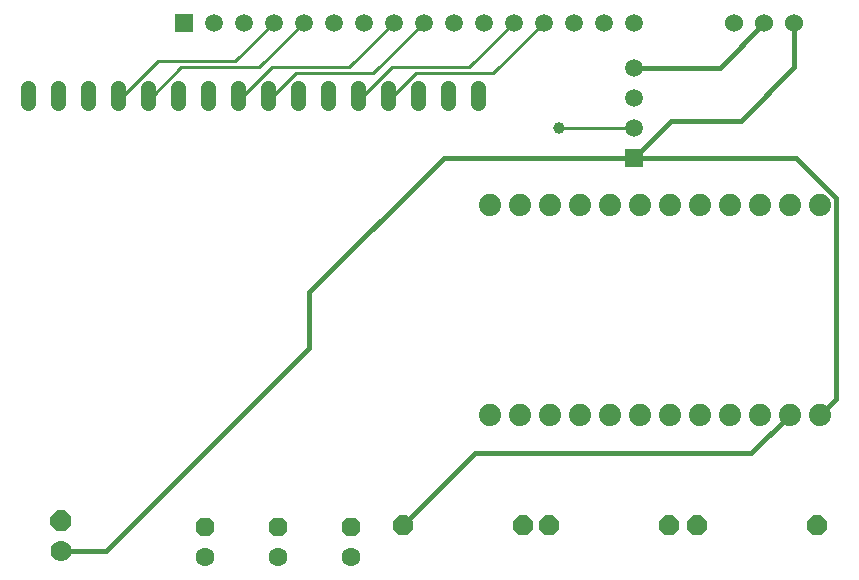
<source format=gbr>
G04 EAGLE Gerber RS-274X export*
G75*
%MOMM*%
%FSLAX34Y34*%
%LPD*%
%INBottom Copper*%
%IPPOS*%
%AMOC8*
5,1,8,0,0,1.08239X$1,22.5*%
G01*
%ADD10R,1.508000X1.508000*%
%ADD11C,1.508000*%
%ADD12P,1.732040X8X112.500000*%
%ADD13C,1.600200*%
%ADD14C,1.308000*%
%ADD15C,1.524000*%
%ADD16P,1.814519X8X202.500000*%
%ADD17P,1.814519X8X22.500000*%
%ADD18C,1.879600*%
%ADD19P,1.924489X8X112.500000*%
%ADD20C,1.778000*%
%ADD21C,0.406400*%
%ADD22C,0.254000*%
%ADD23C,1.006400*%


D10*
X227330Y476504D03*
D11*
X252730Y476504D03*
X278130Y476504D03*
X303530Y476504D03*
X328930Y476504D03*
X354330Y476504D03*
X379730Y476504D03*
X405130Y476504D03*
X430530Y476504D03*
X455930Y476504D03*
X481330Y476504D03*
X506730Y476504D03*
X532130Y476504D03*
X557530Y476504D03*
X582930Y476504D03*
X608330Y476504D03*
D10*
X608330Y362204D03*
D11*
X608330Y387604D03*
X608330Y413004D03*
X608330Y438404D03*
D12*
X245110Y49784D03*
D13*
X245110Y24384D03*
D14*
X95748Y408324D02*
X95748Y421404D01*
X121148Y421404D02*
X121148Y408324D01*
X146548Y408324D02*
X146548Y421404D01*
X171948Y421404D02*
X171948Y408324D01*
X197348Y408324D02*
X197348Y421404D01*
X222748Y421404D02*
X222748Y408324D01*
X248148Y408324D02*
X248148Y421404D01*
X273548Y421404D02*
X273548Y408324D01*
X298948Y408324D02*
X298948Y421404D01*
X324348Y421404D02*
X324348Y408324D01*
X349748Y408324D02*
X349748Y421404D01*
X375148Y421404D02*
X375148Y408324D01*
X400548Y408324D02*
X400548Y421404D01*
X425948Y421404D02*
X425948Y408324D01*
X451348Y408324D02*
X451348Y421404D01*
X476748Y421404D02*
X476748Y408324D01*
D15*
X693674Y476250D03*
X719074Y476250D03*
X744474Y476250D03*
D16*
X515112Y51054D03*
X413512Y51054D03*
X638048Y51054D03*
X536448Y51054D03*
D17*
X661670Y51054D03*
X763270Y51054D03*
D18*
X765810Y144272D03*
X740410Y144272D03*
X715010Y144272D03*
X689610Y144272D03*
X664210Y144272D03*
X638810Y144272D03*
X613410Y144272D03*
X588010Y144272D03*
X562610Y144272D03*
X537210Y144272D03*
X511810Y144272D03*
X486410Y144272D03*
X486410Y322072D03*
X511810Y322072D03*
X537210Y322072D03*
X562610Y322072D03*
X588010Y322072D03*
X613410Y322072D03*
X638810Y322072D03*
X664210Y322072D03*
X689610Y322072D03*
X715010Y322072D03*
X740410Y322072D03*
X765810Y322072D03*
D19*
X123190Y54610D03*
D20*
X123190Y29210D03*
D12*
X307594Y49784D03*
D13*
X307594Y24384D03*
D12*
X369316Y49784D03*
D13*
X369316Y24384D03*
D21*
X707983Y111845D02*
X740410Y144272D01*
X707983Y111845D02*
X474303Y111845D01*
X413512Y51054D01*
X681228Y438404D02*
X719074Y476250D01*
X681228Y438404D02*
X608330Y438404D01*
D22*
X303530Y476504D02*
X271272Y444246D01*
X176171Y414864D02*
X171948Y414864D01*
X205553Y444246D02*
X271272Y444246D01*
X205553Y444246D02*
X176171Y414864D01*
X291592Y439166D02*
X328930Y476504D01*
X291592Y439166D02*
X225552Y439166D01*
X201250Y414864D02*
X197348Y414864D01*
X201250Y414864D02*
X225552Y439166D01*
X367792Y439166D02*
X405130Y476504D01*
X277771Y414864D02*
X273548Y414864D01*
X302073Y439166D02*
X367792Y439166D01*
X302073Y439166D02*
X277771Y414864D01*
X388112Y434086D02*
X430530Y476504D01*
X388112Y434086D02*
X322326Y434086D01*
X303104Y414864D02*
X298948Y414864D01*
X303104Y414864D02*
X322326Y434086D01*
X469392Y439166D02*
X506730Y476504D01*
X469392Y439166D02*
X403673Y439166D01*
X379371Y414864D02*
X375148Y414864D01*
X379371Y414864D02*
X403673Y439166D01*
X489712Y434086D02*
X532130Y476504D01*
X404612Y414864D02*
X400548Y414864D01*
X404612Y414864D02*
X423834Y434086D01*
X489712Y434086D01*
D23*
X545084Y387604D03*
D22*
X608330Y387604D01*
D21*
X608330Y362204D02*
X451375Y362204D01*
X451295Y362124D01*
X333756Y248492D02*
X333756Y201422D01*
X161544Y29210D01*
X123190Y29210D01*
X447388Y362124D02*
X451295Y362124D01*
X447388Y362124D02*
X333756Y248492D01*
X765810Y144272D02*
X779780Y158242D01*
X779780Y327859D01*
X745435Y362204D01*
X608330Y362204D01*
X744474Y438912D02*
X744474Y476250D01*
X744474Y438912D02*
X699262Y393700D01*
X640080Y393700D01*
X608584Y362204D01*
X608330Y362204D01*
M02*

</source>
